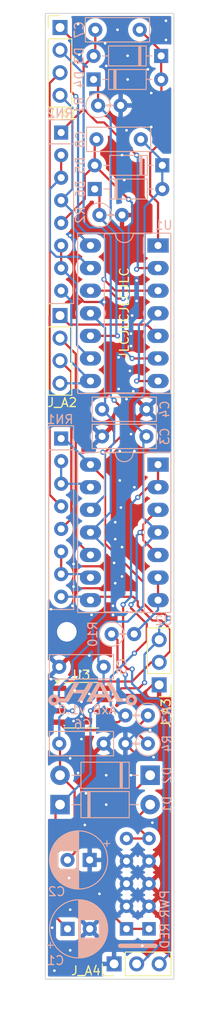
<source format=kicad_pcb>
(kicad_pcb (version 20240108) (generator "pcbnew") (generator_version "8.0")
  (layers (0 "F.Cu" signal) (31 "B.Cu" signal) (34 "B.Paste" user) (35 "F.Paste" user) (36 "B.SilkS" user "B.Silkscreen") (37 "F.SilkS" user "F.Silkscreen") (38 "B.Mask" user) (39 "F.Mask" user) (44 "Edge.Cuts" user))
  (net 0 "")
  (net 1 "GND")
  (net 2 "Net-(U3-Z)")
  (net 3 "/AXB")
  (net 4 "Net-(D6-K)")
  (net 5 "Net-(D4-K)")
  (net 6 "Net-(RN2A-R1.2)")
  (net 7 "Net-(D5-A)")
  (net 8 "Net-(RN2C-R3.2)")
  (net 9 "/RECT_A")
  (net 10 "Net-(D3-A)")
  (net 11 "/RECT_B")
  (net 12 "/LED_B")
  (net 13 "/LED_A")
  (net 14 "Net-(RN1A-R1.2)")
  (net 15 "Net-(J_A2-Pin_3)")
  (net 16 "Net-(RN1C-R3.2)")
  (net 17 "Net-(J_A1-Pin_3)")
  (net 18 "-12V")
  (net 19 "+12V")
  (net 20 "/LED_OUT")
  (net 21 "/OUT")
  (net 22 "Net-(J_A1-Pin_2)")
  (net 23 "Net-(J_A2-Pin_2)")
  (net 24 "Net-(D5-K)")
  (net 25 "/IN_A")
  (net 26 "/IN_B")
  (net 27 "Net-(D3-K)")
  (net 28 "Net-(D1-A)")
  (net 29 "Net-(D2-K)")
  (net 30 "Net-(U2B--)")
  (footprint "Connector_PinHeader_2.54mm:PinHeader_1x04_P2.54mm_Vertical" (layer "F.Cu") (at 57.912 29.845)
    (property "Reference" "J_A1")
    (property "Value" "Conn_01x04_Male")
  )
  (footprint "Eurorack:M2 Screw Hole" (layer "F.Cu") (at 58.674 97.79)
    (property "Reference" "REF**" (hide yes))
    (property "Value" "M2 Screw Hole" (hide yes))
  )
  (footprint "Connector_PinHeader_2.54mm:PinHeader_1x04_P2.54mm_Vertical" (layer "F.Cu") (at 57.912 62.23)
    (property "Reference" "J_A2")
    (property "Value" "Conn_01x04_Male")
  )
  (footprint "Connector_PinHeader_2.54mm:PinHeader_1x03_P2.54mm_Vertical" (layer "F.Cu") (at 69.088 103.759 180)
    (property "Reference" "J_A3")
    (property "Value" "Conn_01x03_Male")
  )
  (footprint "Package_SO:SO-8_3.9x4.9mm_P1.27mm" (layer "F.Cu") (at 60.325 106.045)
    (property "Reference" "U3")
    (property "Value" "AD633JR")
  )
  (footprint "Connector_PinHeader_2.54mm:PinHeader_1x03_P2.54mm_Vertical" (layer "F.Cu") (at 64.008 135.128 90)
    (property "Reference" "J_A4")
    (property "Value" "Conn_01x03_Male")
  )
  (footprint "Package_DIP:DIP-14_W7.62mm_Socket_LongPads" (layer "B.Cu") (at 68.961 78.994 180)
    (property "Reference" "U2")
    (property "Value" "TL074")
  )
  (footprint "Eurorack:Eurorack Power 10 Pin" (layer "B.Cu") (at 67.945 126.111 180)
    (property "Reference" "PWR1" (hide yes))
    (property "Value" "PWR_10_Pin" (hide yes))
  )
  (footprint "Diode_THT:D_DO-41_SOD81_P10.16mm_Horizontal" (layer "B.Cu") (at 68.072 113.919 180)
    (property "Reference" "D2")
    (property "Value" "1N4001")
  )
  (footprint "Capacitor_THT:C_Disc_D7.0mm_W2.5mm_P5.00mm" (layer "B.Cu") (at 62.825 110.363 180)
    (property "Reference" "C6")
    (property "Value" "0.1uF")
  )
  (footprint "Diode_THT:D_DO-35_SOD27_P7.62mm_Horizontal" (layer "B.Cu") (at 69.44 45.339 180)
    (property "Reference" "D5")
    (property "Value" "1N4148")
  )
  (footprint "Diode_THT:D_DO-41_SOD81_P10.16mm_Horizontal" (layer "B.Cu") (at 57.912 117.221)
    (property "Reference" "D1")
    (property "Value" "1N4001")
  )
  (footprint "Capacitor_THT:C_Disc_D7.0mm_W2.5mm_P5.00mm" (layer "B.Cu") (at 61.889 30.099)
    (property "Reference" "C7")
    (property "Value" "47pF")
  )
  (footprint "Capacitor_THT:CP_Radial_D6.3mm_P2.50mm" (layer "B.Cu") (at 58.761621 131.191)
    (property "Reference" "C1")
    (property "Value" "47uF")
  )
  (footprint "Package_DIP:DIP-14_W7.62mm_Socket_LongPads" (layer "B.Cu") (at 68.961 54.356 180)
    (property "Reference" "U1")
    (property "Value" "TL074")
  )
  (footprint "Resistor_THT:R_Axial_DIN0207_L6.3mm_D2.5mm_P2.54mm_Vertical" (layer "B.Cu") (at 67.818 110.363 180)
    (property "Reference" "R4")
    (property "Value" "100k")
  )
  (footprint "Diode_THT:D_DO-35_SOD27_P7.62mm_Horizontal" (layer "B.Cu") (at 61.82 48.006)
    (property "Reference" "D6")
    (property "Value" "1N4148")
  )
  (footprint "Capacitor_THT:CP_Radial_D6.3mm_P2.50mm" (layer "B.Cu") (at 61.25338 123.444 180)
    (property "Reference" "C2")
    (property "Value" "47uF")
  )
  (footprint "Resistor_THT:R_Axial_DIN0207_L6.3mm_D2.5mm_P2.54mm_Vertical" (layer "B.Cu") (at 63.725 98.044)
    (property "Reference" "R10")
    (property "Value" "1k")
  )
  (footprint "Resistor_THT:R_Axial_DIN0207_L6.3mm_D2.5mm_P2.54mm_Vertical" (layer "B.Cu") (at 62.201 38.608)
    (property "Reference" "R1")
    (property "Value" "10k")
  )
  (footprint "Resistor_THT:R_Array_SIP8" (layer "B.Cu") (at 58.039 76.063 -90)
    (property "Reference" "RN1")
    (property "Value" "100k")
  )
  (footprint "Resistor_THT:R_Axial_DIN0207_L6.3mm_D2.5mm_P2.54mm_Vertical" (layer "B.Cu") (at 62.357 50.927)
    (property "Reference" "R2")
    (property "Value" "10k")
  )
  (footprint "Diode_THT:D_DO-35_SOD27_P7.62mm_Horizontal" (layer "B.Cu") (at 69.313 33.038 180)
    (property "Reference" "D3")
    (property "Value" "1N4148")
  )
  (footprint "Capacitor_THT:C_Disc_D7.0mm_W2.5mm_P5.00mm" (layer "B.Cu") (at 62.016 42.418)
    (property "Reference" "C8")
    (property "Value" "47pF")
  )
  (footprint "Resistor_THT:R_Array_SIP8" (layer "B.Cu") (at 58.039 41.656 -90)
    (property "Reference" "RN2")
    (property "Value" "10k")
  )
  (footprint "Capacitor_THT:C_Disc_D7.0mm_W2.5mm_P5.00mm" (layer "B.Cu") (at 67.651 75.819 180)
    (property "Reference" "C3")
    (property "Value" "0.1uF")
  )
  (footprint "Diode_THT:D_DO-35_SOD27_P7.62mm_Horizontal" (layer "B.Cu") (at 61.693 35.687)
    (property "Reference" "D4")
    (property "Value" "1N4148")
  )
  (footprint "Capacitor_THT:C_Disc_D7.0mm_W2.5mm_P5.00mm" (layer "B.Cu") (at 67.651 72.771 180)
    (property "Reference" "C4")
    (property "Value" "0.1uF")
  )
  (footprint "Logos:Avalon Harmonics Small 10mm" (layer "B.Cu") (at 61.595 104.775 180)
    (property "Reference" "G***" (hide yes))
    (property "Value" "LOGO" (hide yes))
  )
  (footprint "Resistor_THT:R_Axial_DIN0207_L6.3mm_D2.5mm_P2.54mm_Vertical" (layer "B.Cu") (at 67.818 107.188 180)
    (property "Reference" "R3")
    (property "Value" "33k")
  )
  (footprint "Capacitor_THT:C_Disc_D7.0mm_W2.5mm_P5.00mm" (layer "B.Cu") (at 57.825 101.727)
    (property "Reference" "C5")
    (property "Value" "0.1uF")
  )
  (gr_rect (start 56.25 28.25) (end 70.75 136.85) (stroke (width 0.1)) (fill none) (layer "Edge.Cuts"))
  (gr_text "AxB v1.0" (at 60.96 106.553 0) (layer "B.SilkS") (effects (font (size 1 1)) (justify mirror)))
  (gr_text "JLCJLCJLCJLC" (at 65.151 61.976 90) (layer "F.SilkS") (effects (font (size 1 1))))
  (segment (start 66.802 111.887) (end 68.453 111.887) (width 0.25) (layer "F.Cu") (net 1))
  (segment (start 66.675 105.41) (end 68.326 103.759) (width 0.25) (layer "F.Cu") (net 1))
  (segment (start 62.865 60.706) (end 60.62001 60.706) (width 0.25) (layer "F.Cu") (net 1))
  (segment (start 63.569 92.895) (end 59.621 92.895) (width 0.25) (layer "F.Cu") (net 1))
  (segment (start 59.436 59.52199) (end 59.436 53.594) (width 0.25) (layer "F.Cu") (net 1))
  (segment (start 60.96 104.14) (end 59.69 105.41) (width 0.25) (layer "F.Cu") (net 1))
  (segment (start 63.5 90.424) (end 59.69 90.424) (width 0.25) (layer "F.Cu") (net 1))
  (segment (start 63.881 90.043) (end 63.5 90.424) (width 0.25) (layer "F.Cu") (net 1))
  (segment (start 64.135 92.329) (end 63.569 92.895) (width 0.25) (layer "F.Cu") (net 1))
  (segment (start 65.151 105.41) (end 66.675 105.41) (width 0.25) (layer "F.Cu") (net 1))
  (segment (start 60.62001 60.706) (end 59.436 59.52199) (width 0.25) (layer "F.Cu") (net 1))
  (segment (start 59.69 105.41) (end 57.75 105.41) (width 0.25) (layer "F.Cu") (net 1))
  (segment (start 65.278 110.363) (end 66.802 111.887) (width 0.25) (layer "F.Cu") (net 1))
  (segment (start 62.9 104.14) (end 60.96 104.14) (width 0.25) (layer "F.Cu") (net 1))
  (segment (start 68.326 103.759) (end 69.088 103.759) (width 0.25) (layer "F.Cu") (net 1))
  (segment (start 59.69 90.424) (end 59.436 90.17) (width 0.25) (layer "F.Cu") (net 1))
  (segment (start 59.436 53.594) (end 59.055 53.213) (width 0.25) (layer "F.Cu") (net 1))
  (segment (start 59.621 92.895) (end 59.436 92.71) (width 0.25) (layer "F.Cu") (net 1))
  (segment (start 64.008 90.043) (end 63.881 90.043) (width 0.25) (layer "F.Cu") (net 1))
  (via (at 59.944 113.665) (size 0.6) (drill 0.3) (layers "F.Cu" "B.Cu") (net 1))
  (via (at 66.294 81.534) (size 0.6) (drill 0.3) (layers "F.Cu" "B.Cu") (net 1))
  (via (at 64.135 85.471) (size 0.6) (drill 0.3) (layers "F.Cu" "B.Cu") (net 1))
  (via (at 62.357 127.254) (size 0.6) (drill 0.3) (layers "F.Cu" "B.Cu") (net 1))
  (via (at 68.072 108.839) (size 0.6) (drill 0.3) (layers "F.Cu" "B.Cu") (net 1))
  (via (at 64.897 88.265) (size 0.6) (drill 0.3) (layers "F.Cu" "B.Cu") (net 1))
  (via (at 69.85 31.242) (size 0.6) (drill 0.3) (layers "F.Cu" "B.Cu") (net 1))
  (via (at 64.897 91.567) (size 0.6) (drill 0.3) (layers "F.Cu" "B.Cu") (net 1))
  (via (at 65.405 41.402) (size 0.6) (drill 0.3) (layers "F.Cu" "B.Cu") (net 1))
  (via (at 62.865 60.706) (size 0.6) (drill 0.3) (layers "F.Cu" "B.Cu") (net 1))
  (via (at 64.643 80.772) (size 0.6) (drill 0.3) (layers "F.Cu" "B.Cu") (net 1))
  (via (at 60.706 119.507) (size 0.6) (drill 0.3) (layers "F.Cu" "B.Cu") (net 1))
  (via (at 59.309 94.869) (size 0.6) (drill 0.3) (layers "F.Cu" "B.Cu") (net 1))
  (via (at 63.119 34.163) (size 0.6) (drill 0.3) (layers "F.Cu" "B.Cu") (net 1))
  (via (at 61.468 95.885) (size 0.6) (drill 0.3) (layers "F.Cu" "B.Cu") (net 1))
  (via (at 57.277 135.89) (size 0.6) (drill 0.3) (layers "F.Cu" "B.Cu") (net 1))
  (via (at 56.896 103.124) (size 0.6) (drill 0.3) (layers "F.Cu" "B.Cu") (net 1))
  (via (at 66.548 58.293) (size 0.6) (drill 0.3) (layers "F.Cu" "B.Cu") (net 1))
  (via (at 64.897 44.196) (size 0.6) (drill 0.3) (layers "F.Cu" "B.Cu") (net 1))
  (via (at 58.928 125.476) (size 0.6) (drill 0.3) (layers "F.Cu" "B.Cu") (net 1))
  (via (at 69.85 29.083) (size 0.6) (drill 0.3) (layers "F.Cu" "B.Cu") (net 1))
  (via (at 63.881 95.885) (size 0.6) (drill 0.3) (layers "F.Cu" "B.Cu") (net 1))
  (via (at 68.199 37.211) (size 0.6) (drill 0.3) (layers "F.Cu" "B.Cu") (net 1))
  (via (at 64.516 70.485) (size 0.6) (drill 0.3) (layers "F.Cu" "B.Cu") (net 1))
  (via (at 59.436 90.17) (size 0.6) (drill 0.3) (layers "F.Cu" "B.Cu") (net 1))
  (via (at 59.944 29.464) (size 0.6) (drill 0.3) (layers "F.Cu" "B.Cu") (net 1))
  (via (at 60.325 105.664) (size 0.6) (drill 0.3) (layers "F.Cu" "B.Cu") (net 1))
  (via (at 65.913 75.565) (size 0.6) (drill 0.3) (layers "F.Cu" "B.Cu") (net 1))
  (via (at 59.563 104.394) (size 0.6) (drill 0.3) (layers "F.Cu" "B.Cu") (net 1))
  (via (at 62.992 31.623) (size 0.6) (drill 0.3) (layers "F.Cu" "B.Cu") (net 1))
  (via (at 65.913 64.262) (size 0.6) (drill 0.3) (layers "F.Cu" "B.Cu") (net 1))
  (via (at 60.833 115.951) (size 0.6) (drill 0.3) (layers "F.Cu" "B.Cu") (net 1))
  (via (at 61.214 104.775) (size 0.6) (drill 0.3) (layers "F.Cu" "B.Cu") (net 1))
  (via (at 64.389 30.099) (size 0.6) (drill 0.3) (layers "F.Cu" "B.Cu") (net 1))
  (via (at 61.214 100.457) (size 0.6) (drill 0.3) (layers "F.Cu" "B.Cu") (net 1))
  (via (at 64.008 90.043) (size 0.6) (drill 0.3) (layers "F.Cu" "B.Cu") (net 1))
  (via (at 64.135 92.329) (size 0.6) (drill 0.3) (layers "F.Cu" "B.Cu") (net 1))
  (via (at 68.326 119.253) (size 0.6) (drill 0.3) (layers "F.Cu" "B.Cu") (net 1))
  (via (at 60.198 102.235) (size 0.6) (drill 0.3) (layers "F.Cu" "B.Cu") (net 1))
  (via (at 65.532 33.02) (size 0.6) (drill 0.3) (layers "F.Cu" "B.Cu") (net 1))
  (via (at 64.643 77.47) (size 0.6) (drill 0.3) (layers "F.Cu" "B.Cu") (net 1))
  (via (at 68.453 111.887) (size 0.6) (drill 0.3) (layers "F.Cu" "B.Cu") (net 1))
  (via (at 65.913 113.919) (size 0.6) (drill 0.3) (layers "F.Cu" "B.Cu") (net 1))
  (via (at 67.183 133.096) (size 0.6) (drill 0.3) (layers "F.Cu" "B.Cu") (net 1))
  (via (at 60.325 107.315) (size 0.6) (drill 0.3) (layers "F.Cu" "B.Cu") (net 1))
  (via (at 65.532 35.687) (size 0.6) (drill 0.3) (layers "F.Cu" "B.Cu") (net 1))
  (via (at 64.135 87.376) (size 0.6) (drill 0.3) (layers "F.Cu" "B.Cu") (net 1))
  (via (at 59.055 53.213) (size 0.6) (drill 0.3) (layers "F.Cu" "B.Cu") (net 1))
  (via (at 65.786 68.453) (size 0.6) (drill 0.3) (layers "F.Cu" "B.Cu") (net 1))
  (via (at 60.071 32.893) (size 0.6) (drill 0.3) (layers "F.Cu" "B.Cu") (net 1))
  (via (at 65.405 71.628) (size 0.6) (drill 0.3) (layers "F.Cu" "B.Cu") (net 1))
  (via (at 60.325 109.855) (size 0.6) (drill 0.3) (layers "F.Cu" "B.Cu") (net 1))
  (via (at 66.167 70.739) (size 0.6) (drill 0.3) (layers "F.Cu" "B.Cu") (net 1))
  (via (at 64.516 66.929) (size 0.6) (drill 0.3) (layers "F.Cu" "B.Cu") (net 1))
  (via (at 65.151 46.99) (size 0.6) (drill 0.3) (layers "F.Cu" "B.Cu") (net 1))
  (via (at 65.151 105.41) (size 0.6) (drill 0.3) (layers "F.Cu" "B.Cu") (net 1))
  (via (at 59.055 129.032) (size 0.6) (drill 0.3) (layers "F.Cu" "B.Cu") (net 1))
  (via (at 64.77 83.82) (size 0.6) (drill 0.3) (layers "F.Cu" "B.Cu") (net 1))
  (via (at 57.023 131.064) (size 0.6) (drill 0.3) (layers "F.Cu" "B.Cu") (net 1))
  (via (at 59.055 133.604) (size 0.6) (drill 0.3) (layers "F.Cu" "B.Cu") (net 1))
  (via (at 61.087 102.235) (size 0.6) (drill 0.3) (layers "F.Cu" "B.Cu") (net 1))
  (via (at 63.881 94.869) (size 0.6) (drill 0.3) (layers "F.Cu" "B.Cu") (net 1))
  (via (at 59.055 112.014) (size 0.6) (drill 0.3) (layers "F.Cu" "B.Cu") (net 1))
  (via (at 63.119 113.919) (size 0.6) (drill 0.3) (layers "F.Cu" "B.Cu") (net 1))
  (via (at 68.199 41.021) (size 0.6) (drill 0.3) (layers "F.Cu" "B.Cu") (net 1))
  (via (at 65.913 65.659) (size 0.6) (drill 0.3) (layers "F.Cu" "B.Cu") (net 1))
  (via (at 63.119 117.221) (size 0.6) (drill 0.3) (layers "F.Cu" "B.Cu") (net 1))
  (via (at 67.818 34.544) (size 0.6) (drill 0.3) (layers "F.Cu" "B.Cu") (net 1))
  (via (at 56.896 95.25) (size 0.6) (drill 0.3) (layers "F.Cu" "B.Cu") (net 1))
  (via (at 66.548 60.579) (size 0.6) (drill 0.3) (layers "F.Cu" "B.Cu") (net 1))
  (via (at 66.294 77.47) (size 0.6) (drill 0.3) (layers "F.Cu" "B.Cu") (net 1))
  (via (at 59.436 107.823) (size 0.6) (drill 0.3) (layers "F.Cu" "B.Cu") (net 1))
  (via (at 66.04 62.23) (size 0.6) (drill 0.3) (layers "F.Cu" "B.Cu") (net 1))
  (via (at 59.436 92.71) (size 0.6) (drill 0.3) (layers "F.Cu" "B.Cu") (net 1))
  (segment (start 65.278 110.363) (end 66.802 108.839) (width 0.25) (layer "B.Cu") (net 1))
  (segment (start 66.802 108.839) (end 68.072 108.839) (width 0.25) (layer "B.Cu") (net 1))
  (segment (start 66.294 108.839) (end 67.818 107.315) (width 0.25) (layer "F.Cu") (net 2))
  (segment (start 58.639 108.839) (end 66.294 108.839) (width 0.25) (layer "F.Cu") (net 2))
  (segment (start 67.818 107.315) (end 67.818 107.188) (width 0.25) (layer "F.Cu") (net 2))
  (segment (start 57.75 107.95) (end 58.639 108.839) (width 0.25) (layer "F.Cu") (net 2))
  (segment (start 66.294 108.839) (end 67.818 110.363) (width 0.25) (layer "F.Cu") (net 2))
  (segment (start 67.31 87.503) (end 68.961 89.154) (width 0.25) (layer "F.Cu") (net 3))
  (segment (start 65.913 95.123) (end 65.913 94.742) (width 0.25) (layer "F.Cu") (net 3))
  (segment (start 66.929 86.614) (end 67.31 86.995) (width 0.25) (layer "F.Cu") (net 3))
  (segment (start 67.691 98.806) (end 67.691 96.901) (width 0.25) (layer "F.Cu") (net 3))
  (segment (start 68.961 84.074) (end 67.31 85.725) (width 0.25) (layer "F.Cu") (net 3))
  (segment (start 64.516 107.95) (end 65.278 107.188) (width 0.25) (layer "F.Cu") (net 3))
  (segment (start 67.31 85.725) (end 67.31 86.233) (width 0.25) (layer "F.Cu") (net 3))
  (segment (start 62.9 107.95) (end 64.516 107.95) (width 0.25) (layer "F.Cu") (net 3))
  (segment (start 66.294 100.203) (end 67.691 98.806) (width 0.25) (layer "F.Cu") (net 3))
  (segment (start 67.31 86.995) (end 67.31 87.503) (width 0.25) (layer "F.Cu") (net 3))
  (segment (start 67.31 86.233) (end 66.929 86.614) (width 0.25) (layer "F.Cu") (net 3))
  (segment (start 67.691 96.901) (end 65.913 95.123) (width 0.25) (layer "F.Cu") (net 3))
  (via (at 66.929 86.614) (size 0.6) (drill 0.3) (layers "F.Cu" "B.Cu") (net 3))
  (via (at 65.913 94.742) (size 0.6) (drill 0.3) (layers "F.Cu" "B.Cu") (net 3))
  (via (at 66.294 100.203) (size 0.6) (drill 0.3) (layers "F.Cu" "B.Cu") (net 3))
  (segment (start 66.548 86.995) (end 66.929 86.614) (width 0.25) (layer "B.Cu") (net 3))
  (segment (start 66.548 94.107) (end 66.548 86.995) (width 0.25) (layer "B.Cu") (net 3))
  (segment (start 65.913 94.742) (end 66.548 94.107) (width 0.25) (layer "B.Cu") (net 3))
  (segment (start 63.627 106.045) (end 64.77 107.188) (width 0.25) (layer "B.Cu") (net 3))
  (segment (start 63.627 102.87) (end 63.627 106.045) (width 0.25) (layer "B.Cu") (net 3))
  (segment (start 66.294 100.203) (end 63.627 102.87) (width 0.25) (layer "B.Cu") (net 3))
  (segment (start 64.77 107.188) (end 65.278 107.188) (width 0.25) (layer "B.Cu") (net 3))
  (segment (start 62.357 50.927) (end 62.357 48.543) (width 0.25) (layer "F.Cu") (net 4))
  (segment (start 62.357 48.543) (end 61.82 48.006) (width 0.25) (layer "F.Cu") (net 4))
  (segment (start 61.341 64.516) (end 64.389 64.516) (width 0.25) (layer "F.Cu") (net 4))
  (via (at 64.389 64.516) (size 0.6) (drill 0.3) (layers "F.Cu" "B.Cu") (net 4))
  (segment (start 64.262 64.389) (end 64.262 53.086) (width 0.25) (layer "B.Cu") (net 4))
  (segment (start 64.389 64.516) (end 64.262 64.389) (width 0.25) (layer "B.Cu") (net 4))
  (segment (start 62.357 51.181) (end 62.357 50.927) (width 0.25) (layer "B.Cu") (net 4))
  (segment (start 64.262 53.086) (end 62.357 51.181) (width 0.25) (layer "B.Cu") (net 4))
  (segment (start 61.341 59.436) (end 63.498604 59.436) (width 0.25) (layer "F.Cu") (net 5))
  (segment (start 63.498604 59.436) (end 64.387604 60.325) (width 0.25) (layer "F.Cu") (net 5))
  (segment (start 64.387604 60.325) (end 65.024 60.325) (width 0.25) (layer "F.Cu") (net 5))
  (segment (start 62.201 38.608) (end 62.201 36.195) (width 0.25) (layer "F.Cu") (net 5))
  (segment (start 62.201 36.195) (end 61.693 35.687) (width 0.25) (layer "F.Cu") (net 5))
  (via (at 65.024 60.325) (size 0.6) (drill 0.3) (layers "F.Cu" "B.Cu") (net 5))
  (segment (start 65.024 60.325) (end 65.024 52.832) (width 0.25) (layer "B.Cu") (net 5))
  (segment (start 63.627 51.435) (end 63.627 40.034) (width 0.25) (layer "B.Cu") (net 5))
  (segment (start 63.627 40.034) (end 62.201 38.608) (width 0.25) (layer "B.Cu") (net 5))
  (segment (start 65.024 52.832) (end 63.627 51.435) (width 0.25) (layer "B.Cu") (net 5))
  (segment (start 58.039 46.736) (end 58.039 44.196) (width 0.25) (layer "F.Cu") (net 6))
  (segment (start 58.039 46.736) (end 56.769 48.006) (width 0.25) (layer "B.Cu") (net 6))
  (segment (start 56.769 48.006) (end 56.769 54.897496) (width 0.25) (layer "B.Cu") (net 6))
  (segment (start 56.769 54.897496) (end 57.497504 55.626) (width 0.25) (layer "B.Cu") (net 6))
  (segment (start 57.497504 55.626) (end 60.071 55.626) (width 0.25) (layer "B.Cu") (net 6))
  (segment (start 60.071 55.626) (end 61.341 56.896) (width 0.25) (layer "B.Cu") (net 6))
  (segment (start 61.82 45.339) (end 61.82 42.614) (width 0.25) (layer "F.Cu") (net 7))
  (segment (start 60.695 49.16) (end 60.695 46.464) (width 0.25) (layer "F.Cu") (net 7))
  (segment (start 65.6445 49.1635) (end 61.82 45.339) (width 0.25) (layer "F.Cu") (net 7))
  (segment (start 60.695 46.464) (end 61.82 45.339) (width 0.25) (layer "F.Cu") (net 7))
  (segment (start 68.961 67.056) (end 66.04 67.056) (width 0.25) (layer "F.Cu") (net 7))
  (segment (start 58.039 51.816) (end 60.695 49.16) (width 0.25) (layer "F.Cu") (net 7))
  (segment (start 61.82 42.614) (end 62.016 42.418) (width 0.25) (layer "F.Cu") (net 7))
  (via (at 65.6445 49.1635) (size 0.6) (drill 0.3) (layers "F.Cu" "B.Cu") (net 7))
  (via (at 66.04 67.056) (size 0.6) (drill 0.3) (layers "F.Cu" "B.Cu") (net 7))
  (segment (start 66.04 51.755) (end 65.649 52.146) (width 0.25) (layer "B.Cu") (net 7))
  (segment (start 65.024 66.04) (end 66.04 67.056) (width 0.25) (layer "B.Cu") (net 7))
  (segment (start 65.024 61.468) (end 65.024 66.04) (width 0.25) (layer "B.Cu") (net 7))
  (segment (start 65.649 60.843) (end 65.024 61.468) (width 0.25) (layer "B.Cu") (net 7))
  (segment (start 65.6445 49.1635) (end 66.04 49.559) (width 0.25) (layer "B.Cu") (net 7))
  (segment (start 66.04 49.559) (end 66.04 51.755) (width 0.25) (layer "B.Cu") (net 7))
  (segment (start 65.649 52.146) (end 65.649 60.843) (width 0.25) (layer "B.Cu") (net 7))
  (segment (start 58.039 56.896) (end 58.039 54.356) (width 0.25) (layer "F.Cu") (net 8))
  (segment (start 59.816 65.531) (end 61.341 67.056) (width 0.25) (layer "B.Cu") (net 8))
  (segment (start 59.816 58.673) (end 59.816 65.531) (width 0.25) (layer "B.Cu") (net 8))
  (segment (start 58.039 56.896) (end 59.816 58.673) (width 0.25) (layer "B.Cu") (net 8))
  (segment (start 59.309 48.006) (end 58.039 49.276) (width 0.25) (layer "B.Cu") (net 9))
  (segment (start 59.309 50.546) (end 59.309 52.324) (width 0.25) (layer "B.Cu") (net 9))
  (segment (start 59.309 38.862) (end 59.309 48.006) (width 0.25) (layer "B.Cu") (net 9))
  (segment (start 57.912 37.465) (end 59.309 38.862) (width 0.25) (layer "B.Cu") (net 9))
  (segment (start 59.309 52.324) (end 61.341 54.356) (width 0.25) (layer "B.Cu") (net 9))
  (segment (start 58.039 49.276) (end 59.309 50.546) (width 0.25) (layer "B.Cu") (net 9))
  (segment (start 66.675 56.896) (end 68.961 56.896) (width 0.25) (layer "F.Cu") (net 10))
  (segment (start 60.568 39) (end 60.568 34.163) (width 0.25) (layer "F.Cu") (net 10))
  (segment (start 62.865 40.513) (end 62.081 40.513) (width 0.25) (layer "F.Cu") (net 10))
  (segment (start 66.548 57.023) (end 66.675 56.896) (width 0.25) (layer "F.Cu") (net 10))
  (segment (start 60.1345 39.4335) (end 60.568 39) (width 0.25) (layer "F.Cu") (net 10))
  (segment (start 62.081 40.513) (end 60.568 39) (width 0.25) (layer "F.Cu") (net 10))
  (segment (start 58.039 41.529) (end 60.1345 39.4335) (width 0.25) (layer "F.Cu") (net 10))
  (segment (start 61.693 33.038) (end 61.693 32.922) (width 0.25) (layer "F.Cu") (net 10))
  (segment (start 60.568 34.163) (end 61.693 33.038) (width 0.25) (layer "F.Cu") (net 10))
  (segment (start 61.889 32.726) (end 61.889 30.099) (width 0.25) (layer "F.Cu") (net 10))
  (segment (start 66.548 44.196) (end 62.865 40.513) (width 0.25) (layer "F.Cu") (net 10))
  (segment (start 58.039 41.656) (end 58.039 41.529) (width 0.25) (layer "F.Cu") (net 10))
  (segment (start 61.693 32.922) (end 61.889 32.726) (width 0.25) (layer "F.Cu") (net 10))
  (via (at 66.548 57.023) (size 0.6) (drill 0.3) (layers "F.Cu" "B.Cu") (net 10))
  (via (at 66.548 44.196) (size 0.6) (drill 0.3) (layers "F.Cu" "B.Cu") (net 10))
  (segment (start 66.675 56.896) (end 66.675 44.323) (width 0.25) (layer "B.Cu") (net 10))
  (segment (start 66.548 57.023) (end 66.675 56.896) (width 0.25) (layer "B.Cu") (net 10))
  (segment (start 66.675 44.323) (end 66.548 44.196) (width 0.25) (layer "B.Cu") (net 10))
  (segment (start 57.912 69.85) (end 61.087 69.85) (width 0.25) (layer "B.Cu") (net 11))
  (segment (start 58.039 59.436) (end 59.182 60.579) (width 0.25) (layer "B.Cu") (net 11))
  (segment (start 61.087 69.85) (end 61.341 69.596) (width 0.25) (layer "B.Cu") (net 11))
  (segment (start 59.182 67.437) (end 61.341 69.596) (width 0.25) (layer "B.Cu") (net 11))
  (segment (start 59.182 60.579) (end 59.182 67.437) (width 0.25) (layer "B.Cu") (net 11))
  (segment (start 70.325 97.503) (end 69.342 96.52) (width 0.25) (layer "F.Cu") (net 12))
  (segment (start 57.75 104.14) (end 58.512 103.378) (width 0.25) (layer "F.Cu") (net 12))
  (segment (start 66.04 103.378) (end 68.199 101.219) (width 0.25) (layer "F.Cu") (net 12))
  (segment (start 69.342 96.52) (end 68.331116 96.52) (width 0.25) (layer "F.Cu") (net 12))
  (segment (start 58.512 103.378) (end 66.04 103.378) (width 0.25) (layer "F.Cu") (net 12))
  (segment (start 66.167 93.853) (end 61.722 93.853) (width 0.25) (layer "F.Cu") (net 12))
  (segment (start 66.675 94.361) (end 66.167 93.853) (width 0.25) (layer "F.Cu") (net 12))
  (segment (start 61.722 93.853) (end 61.341 94.234) (width 0.25) (layer "F.Cu") (net 12))
  (segment (start 70.325 99.982) (end 70.325 97.503) (width 0.25) (layer "F.Cu") (net 12))
  (segment (start 68.331116 96.52) (end 66.675 94.863884) (width 0.25) (layer "F.Cu") (net 12))
  (segment (start 69.088 101.219) (end 70.325 99.982) (width 0.25) (layer "F.Cu") (net 12))
  (segment (start 66.675 94.863884) (end 66.675 94.361) (width 0.25) (layer "F.Cu") (net 12))
  (segment (start 68.199 101.219) (end 69.088 101.219) (width 0.25) (layer "F.Cu") (net 12))
  (segment (start 58.039 93.843) (end 60.95 93.843) (width 0.25) (layer "B.Cu") (net 12))
  (segment (start 60.95 93.843) (end 61.341 94.234) (width 0.25) (layer "B.Cu") (net 12))
  (segment (start 67.437 103.505) (end 66.802 104.14) (width 0.25) (layer "F.Cu") (net 13))
  (segment (start 66.802 104.14) (end 64.8335 104.14) (width 0.25) (layer "F.Cu") (net 13))
  (segment (start 70.15 96.266) (end 69.642 95.758) (width 0.25) (layer "F.Cu") (net 13))
  (segment (start 67.31 92.202) (end 62.992 87.884) (width 0.25) (layer "F.Cu") (net 13))
  (segment (start 63.5635 105.41) (end 62.9 105.41) (width 0.25) (layer "F.Cu") (net 13))
  (segment (start 69.642 95.758) (end 68.49401 95.758) (width 0.25) (layer "F.Cu") (net 13))
  (segment (start 62.992 87.884) (end 62.992 80.645) (width 0.25) (layer "F.Cu") (net 13))
  (segment (start 67.31 94.57399) (end 67.31 92.202) (width 0.25) (layer "F.Cu") (net 13))
  (segment (start 62.992 80.645) (end 61.341 78.994) (width 0.25) (layer "F.Cu") (net 13))
  (segment (start 64.8335 104.14) (end 63.5635 105.41) (width 0.25) (layer "F.Cu") (net 13))
  (segment (start 68.49401 95.758) (end 67.31 94.57399) (width 0.25) (layer "F.Cu") (net 13))
  (via (at 67.437 103.505) (size 0.6) (drill 0.3) (layers "F.Cu" "B.Cu") (net 13))
  (via (at 70.15 96.266) (size 0.6) (drill 0.3) (layers "F.Cu" "B.Cu") (net 13))
  (segment (start 58.41 76.063) (end 58.039 76.063) (width 0.25) (layer "B.Cu") (net 13))
  (segment (start 61.341 78.994) (end 58.41 76.063) (width 0.25) (layer "B.Cu") (net 13))
  (segment (start 67.437 103.505) (end 67.437 100.33) (width 0.25) (layer "B.Cu") (net 13))
  (segment (start 69.088 97.328) (end 69.088 98.679) (width 0.25) (layer "B.Cu") (net 13))
  (segment (start 70.15 96.266) (end 69.088 97.328) (width 0.25) (layer "B.Cu") (net 13))
  (segment (start 67.437 100.33) (end 69.088 98.679) (width 0.25) (layer "B.Cu") (net 13))
  (segment (start 60.95 81.143) (end 61.341 81.534) (width 0.25) (layer "F.Cu") (net 14))
  (segment (start 58.039 78.603) (end 58.039 81.143) (width 0.25) (layer "B.Cu") (net 14))
  (segment (start 58.039 81.143) (end 60.95 81.143) (width 0.25) (layer "B.Cu") (net 14))
  (segment (start 60.95 81.143) (end 61.341 81.534) (width 0.25) (layer "B.Cu") (net 14))
  (segment (start 59.182 68.58) (end 57.912 67.31) (width 0.25) (layer "F.Cu") (net 15))
  (segment (start 59.182 85.08) (end 59.182 68.58) (width 0.25) (layer "F.Cu") (net 15))
  (segment (start 58.039 86.223) (end 59.182 85.08) (width 0.25) (layer "F.Cu") (net 15))
  (segment (start 61.214 91.694) (end 60.823 91.303) (width 0.25) (layer "F.Cu") (net 16))
  (segment (start 61.341 91.694) (end 61.214 91.694) (width 0.25) (layer "F.Cu") (net 16))
  (segment (start 58.039 91.303) (end 58.039 88.763) (width 0.25) (layer "F.Cu") (net 16))
  (segment (start 60.95 91.303) (end 61.341 91.694) (width 0.25) (layer "B.Cu") (net 16))
  (segment (start 58.039 91.303) (end 60.95 91.303) (width 0.25) (layer "B.Cu") (net 16))
  (segment (start 56.737 82.381) (end 56.737 36.1) (width 0.25) (layer "F.Cu") (net 17))
  (segment (start 58.039 83.683) (end 56.737 82.381) (width 0.25) (layer "F.Cu") (net 17))
  (segment (start 56.737 36.1) (end 57.912 34.925) (width 0.25) (layer "F.Cu") (net 17))
  (segment (start 59.309 106.68) (end 57.75 106.68) (width 0.25) (layer "F.Cu") (net 18))
  (segment (start 58.75338 123.444) (end 59.553379 122.644001) (width 0.25) (layer "F.Cu") (net 18))
  (segment (start 57.912 113.919) (end 57.912 110.45) (width 0.25) (layer "F.Cu") (net 18))
  (segment (start 59.553379 115.560379) (end 57.912 113.919) (width 0.25) (layer "F.Cu") (net 18))
  (segment (start 57.912 110.45) (end 57.825 110.363) (width 0.25) (layer "F.Cu") (net 18))
  (segment (start 59.553379 122.644001) (end 59.553379 115.560379) (width 0.25) (layer "F.Cu") (net 18))
  (via (at 59.309 106.68) (size 0.6) (drill 0.3) (layers "F.Cu" "B.Cu") (net 18))
  (segment (start 61.595 97.282) (end 61.595 98.806) (width 0.25) (layer "B.Cu") (net 18))
  (segment (start 62.992 88.265) (end 62.992 95.885) (width 0.25) (layer "B.Cu") (net 18))
  (segment (start 63.627 76.962) (end 64.008 76.581) (width 0.25) (layer "B.Cu") (net 18))
  (segment (start 58.547 106.68) (end 59.309 106.68) (width 0.25) (layer "B.Cu") (net 18))
  (segment (start 62.992 63.627) (end 61.341 61.976) (width 0.25) (layer "B.Cu") (net 18))
  (segment (start 62.992 72.43) (end 62.992 63.627) (width 0.25) (layer "B.Cu") (net 18))
  (segment (start 61.341 86.614) (end 63.627 84.328) (width 0.25) (layer "B.Cu") (net 18))
  (segment (start 61.341 86.614) (end 62.992 88.265) (width 0.25) (layer "B.Cu") (net 18))
  (segment (start 64.008 74.128) (end 62.651 72.771) (width 0.25) (layer "B.Cu") (net 18))
  (segment (start 59.309 101.092) (end 59.309 102.616) (width 0.25) (layer "B.Cu") (net 18))
  (segment (start 57.785 104.14) (end 57.785 105.791) (width 0.25) (layer "B.Cu") (net 18))
  (segment (start 63.627 84.328) (end 63.627 76.962) (width 0.25) (layer "B.Cu") (net 18))
  (segment (start 62.651 72.771) (end 62.992 72.43) (width 0.25) (layer "B.Cu") (net 18))
  (segment (start 61.595 98.806) (end 59.309 101.092) (width 0.25) (layer "B.Cu") (net 18))
  (segment (start 59.309 102.616) (end 57.785 104.14) (width 0.25) (layer "B.Cu") (net 18))
  (segment (start 57.785 105.791) (end 58.674 106.68) (width 0.25) (layer "B.Cu") (net 18))
  (segment (start 58.674 106.68) (end 59.309 106.68) (width 0.25) (layer "B.Cu") (net 18))
  (segment (start 57.825 107.402) (end 58.547 106.68) (width 0.25) (layer "B.Cu") (net 18))
  (segment (start 57.825 110.363) (end 57.825 107.402) (width 0.25) (layer "B.Cu") (net 18))
  (segment (start 64.008 76.581) (end 64.008 74.128) (width 0.25) (layer "B.Cu") (net 18))
  (segment (start 62.992 95.885) (end 61.595 97.282) (width 0.25) (layer "B.Cu") (net 18))
  (segment (start 57.912 117.221) (end 57.404 117.729) (width 0.25) (layer "F.Cu") (net 19))
  (segment (start 57.404 117.729) (end 57.404 129.833379) (width 0.25) (layer "F.Cu") (net 19))
  (segment (start 61.341 106.68) (end 62.9 106.68) (width 0.25) (layer "F.Cu") (net 19))
  (segment (start 57.404 129.833379) (end 58.761621 131.191) (width 0.25) (layer "F.Cu") (net 19))
  (via (at 61.341 106.68) (size 0.6) (drill 0.3) (layers "F.Cu" "B.Cu") (net 19))
  (segment (start 62.23 97.536) (end 62.23 101.132) (width 0.25) (layer "B.Cu") (net 19))
  (segment (start 65.532 96.647) (end 63.119 96.647) (width 0.25) (layer "B.Cu") (net 19))
  (segment (start 67.31 76.16) (end 67.651 75.819) (width 0.25) (layer "B.Cu") (net 19))
  (segment (start 62.23 101.132) (end 62.825 101.727) (width 0.25) (layer "B.Cu") (net 19))
  (segment (start 66.294 74.462) (end 66.294 72.146005) (width 0.25) (layer "B.Cu") (net 19))
  (segment (start 67.31 88.265) (end 67.31 94.869) (width 0.25) (layer "B.Cu") (net 19))
  (segment (start 63.119 96.647) (end 62.23 97.536) (width 0.25) (layer "B.Cu") (net 19))
  (segment (start 62.825 105.196) (end 62.825 101.727) (width 0.25) (layer "B.Cu") (net 19))
  (segment (start 67.31 94.869) (end 65.532 96.647) (width 0.25) (layer "B.Cu") (net 19))
  (segment (start 67.436 71.002005) (end 67.436 63.501) (width 0.25) (layer "B.Cu") (net 19))
  (segment (start 67.437 71.003005) (end 67.436 71.002005) (width 0.25) (layer "B.Cu") (net 19))
  (segment (start 66.294 72.146005) (end 67.437 71.003005) (width 0.25) (layer "B.Cu") (net 19))
  (segment (start 68.961 86.614) (end 67.31 84.963) (width 0.25) (layer "B.Cu") (net 19))
  (segment (start 67.436 63.501) (end 68.961 61.976) (width 0.25) (layer "B.Cu") (net 19))
  (segment (start 67.651 75.819) (end 66.294 74.462) (width 0.25) (layer "B.Cu") (net 19))
  (segment (start 68.961 86.614) (end 67.31 88.265) (width 0.25) (layer "B.Cu") (net 19))
  (segment (start 67.31 84.963) (end 67.31 76.16) (width 0.25) (layer "B.Cu") (net 19))
  (segment (start 61.341 106.68) (end 61.341 113.792) (width 0.25) (layer "B.Cu") (net 19))
  (segment (start 61.341 106.68) (end 62.825 105.196) (width 0.25) (layer "B.Cu") (net 19))
  (segment (start 61.341 113.792) (end 57.912 117.221) (width 0.25) (layer "B.Cu") (net 19))
  (segment (start 65.537116 101.981) (end 66.04 101.981) (width 0.25) (layer "F.Cu") (net 20))
  (segment (start 68.961 81.534) (end 68.961 78.994) (width 0.25) (layer "F.Cu") (net 20))
  (segment (start 67.818 81.534) (end 66.675 82.677) (width 0.25) (layer "F.Cu") (net 20))
  (segment (start 68.961 81.534) (end 67.818 81.534) (width 0.25) (layer "F.Cu") (net 20))
  (segment (start 65.024 94.742) (end 65.024 101.467884) (width 0.25) (layer "F.Cu") (net 20))
  (segment (start 65.024 101.467884) (end 65.537116 101.981) (width 0.25) (layer "F.Cu") (net 20))
  (via (at 65.024 94.742) (size 0.6) (drill 0.3) (layers "F.Cu" "B.Cu") (net 20))
  (via (at 66.675 82.677) (size 0.6) (drill 0.3) (layers "F.Cu" "B.Cu") (net 20))
  (via (at 66.04 101.981) (size 0.6) (drill 0.3) (layers "F.Cu" "B.Cu") (net 20))
  (segment (start 65.913 93.853) (end 65.913 83.439) (width 0.25) (layer "B.Cu") (net 20))
  (segment (start 66.04 101.981) (end 66.04 103.632) (width 0.25) (layer "B.Cu") (net 20))
  (segment (start 68.961 105.283) (end 70.231 106.553) (width 0.25) (layer "B.Cu") (net 20))
  (segment (start 70.231 133.985) (end 69.088 135.128) (width 0.25) (layer "B.Cu") (net 20))
  (segment (start 65.024 94.742) (end 65.913 93.853) (width 0.25) (layer "B.Cu") (net 20))
  (segment (start 67.691 105.283) (end 68.961 105.283) (width 0.25) (layer "B.Cu") (net 20))
  (segment (start 66.04 103.632) (end 67.691 105.283) (width 0.25) (layer "B.Cu") (net 20))
  (segment (start 70.231 106.553) (end 70.231 133.985) (width 0.25) (layer "B.Cu") (net 20))
  (segment (start 65.913 83.439) (end 66.675 82.677) (width 0.25) (layer "B.Cu") (net 20))
  (segment (start 63.725 98.044) (end 64.389 98.708) (width 0.25) (layer "F.Cu") (net 21))
  (segment (start 64.389 101.854) (end 65.151 102.616) (width 0.25) (layer "F.Cu") (net 21))
  (segment (start 65.151 102.616) (end 65.278 102.616) (width 0.25) (layer "F.Cu") (net 21))
  (segment (start 64.389 98.708) (end 64.389 101.854) (width 0.25) (layer "F.Cu") (net 21))
  (via (at 65.278 102.616) (size 0.6) (drill 0.3) (layers "F.Cu" "B.Cu") (net 21))
  (segment (start 65.278 102.616) (end 65.278 103.886) (width 0.25) (layer "B.Cu") (net 21))
  (segment (start 67.31 105.918) (end 68.707 105.918) (width 0.25) (layer "B.Cu") (net 21))
  (segment (start 69.596 132.5245) (end 66.9925 135.128) (width 0.25) (layer "B.Cu") (net 21))
  (segment (start 65.278 103.886) (end 67.31 105.918) (width 0.25) (layer "B.Cu") (net 21))
  (segment (start 68.707 105.918) (end 69.596 106.807) (width 0.25) (layer "B.Cu") (net 21))
  (segment (start 66.9925 135.128) (end 66.548 135.128) (width 0.25) (layer "B.Cu") (net 21))
  (segment (start 69.596 106.807) (end 69.596 132.5245) (width 0.25) (layer "B.Cu") (net 21))
  (segment (start 64.77 72.517) (end 64.008 71.755) (width 0.25) (layer "F.Cu") (net 22))
  (segment (start 62.738 77.597) (end 62.992 77.597) (width 0.25) (layer "F.Cu") (net 22))
  (segment (start 62.992 77.597) (end 64.77 75.819) (width 0.25) (layer "F.Cu") (net 22))
  (segment (start 64.77 75.819) (end 64.77 72.517) (width 0.25) (layer "F.Cu") (net 22))
  (via (at 62.738 77.597) (size 0.6) (drill 0.3) (layers "F.Cu" "B.Cu") (net 22))
  (via (at 64.008 71.755) (size 0.6) (drill 0.3) (layers "F.Cu" "B.Cu") (net 22))
  (segment (start 64.008 71.755) (end 63.627 71.374) (width 0.25) (layer "B.Cu") (net 22))
  (segment (start 61.214 52.324) (end 60.568 51.678) (width 0.25) (layer "B.Cu") (net 22))
  (segment (start 60.568 35.041) (end 57.912 32.385) (width 0.25) (layer "B.Cu") (net 22))
  (segment (start 62.992 77.851) (end 62.992 82.423) (width 0.25) (layer "B.Cu") (net 22))
  (segment (start 63.627 53.34) (end 62.611 52.324) (width 0.25) (layer "B.Cu") (net 22))
  (segment (start 60.568 51.678) (end 60.568 35.041) (width 0.25) (layer "B.Cu") (net 22))
  (segment (start 63.627 71.374) (end 63.627 53.34) (width 0.25) (layer "B.Cu") (net 22))
  (segment (start 62.611 52.324) (end 61.214 52.324) (width 0.25) (layer "B.Cu") (net 22))
  (segment (start 62.992 82.423) (end 61.341 84.074) (width 0.25) (layer "B.Cu") (net 22))
  (segment (start 62.738 77.597) (end 62.992 77.851) (width 0.25) (layer "B.Cu") (net 22))
  (segment (start 61.341 89.154) (end 59.69 87.503) (width 0.25) (layer "F.Cu") (net 23))
  (segment (start 59.69 87.503) (end 59.69 66.548) (width 0.25) (layer "F.Cu") (net 23))
  (segment (start 59.69 66.548) (end 57.912 64.77) (width 0.25) (layer "F.Cu") (net 23))
  (segment (start 66.548 69.596) (end 68.961 69.596) (width 0.25) (layer "F.Cu") (net 24))
  (segment (start 69.44 44.842) (end 69.44 45.339) (width 0.25) (layer "F.Cu") (net 24))
  (via (at 66.548 69.596) (size 0.6) (drill 0.3) (layers "F.Cu" "B.Cu") (net 24))
  (segment (start 67.437 61.50901) (end 67.437 59.90299) (width 0.25) (layer "B.Cu") (net 24))
  (segment (start 67.437 62.44299) (end 67.436 62.44199) (width 0.25) (layer "B.Cu") (net 24))
  (segment (start 67.436 59.90199) (end 67.436 50.01) (width 0.25) (layer "B.Cu") (net 24))
  (segment (start 67.436 50.01) (end 69.44 48.006) (width 0.25) (layer "B.Cu") (net 24))
  (segment (start 67.436 61.51001) (end 67.437 61.50901) (width 0.25) (layer "B.Cu") (net 24))
  (segment (start 67.016 42.418) (end 69.44 44.842) (width 0.25) (layer "B.Cu") (net 24))
  (segment (start 66.802 63.246) (end 67.437 62.611) (width 0.25) (layer "B.Cu") (net 24))
  (segment (start 66.802 69.342) (end 66.802 63.246) (width 0.25) (layer "B.Cu") (net 24))
  (segment (start 67.436 62.44199) (end 67.436 61.51001) (width 0.25) (layer "B.Cu") (net 24))
  (segment (start 66.548 69.596) (end 66.802 69.342) (width 0.25) (layer "B.Cu") (net 24))
  (segment (start 67.437 62.611) (end 67.437 62.44299) (width 0.25) (layer "B.Cu") (net 24))
  (segment (start 67.437 59.90299) (end 67.436 59.90199) (width 0.25) (layer "B.Cu") (net 24))
  (segment (start 69.44 45.339) (end 69.44 48.006) (width 0.25) (layer "B.Cu") (net 24))
  (segment (start 59.182 37.084) (end 59.182 31.115) (width 0.25) (layer "F.Cu") (net 25))
  (segment (start 59.69 37.592) (end 59.182 37.084) (width 0.25) (layer "F.Cu") (net 25))
  (segment (start 62.865 58.166) (end 64.135 59.436) (width 0.25) (layer "F.Cu") (net 25))
  (segment (start 59.182 31.115) (end 57.912 29.845) (width 0.25) (layer "F.Cu") (net 25))
  (segment (start 64.135 59.436) (end 68.961 59.436) (width 0.25) (layer "F.Cu") (net 25))
  (via (at 59.69 37.592) (size 0.6) (drill 0.3) (layers "F.Cu" "B.Cu") (net 25))
  (via (at 62.865 58.166) (size 0.6) (drill 0.3) (layers "F.Cu" "B.Cu") (net 25))
  (segment (start 62.357 52.959) (end 62.992 53.594) (width 0.25) (layer "B.Cu") (net 25))
  (segment (start 59.944 37.846) (end 59.944 52.07) (width 0.25) (layer "B.Cu") (net 25))
  (segment (start 62.992 58.039) (end 62.865 58.166) (width 0.25) (layer "B.Cu") (net 25))
  (segment (start 62.992 53.594) (end 62.992 58.039) (width 0.25) (layer "B.Cu") (net 25))
  (segment (start 60.833 52.959) (end 62.357 52.959) (width 0.25) (layer "B.Cu") (net 25))
  (segment (start 59.944 52.07) (end 60.833 52.959) (width 0.25) (layer "B.Cu") (net 25))
  (segment (start 59.69 37.592) (end 59.944 37.846) (width 0.25) (layer "B.Cu") (net 25))
  (segment (start 57.912 62.23) (end 58.928 63.246) (width 0.25) (layer "F.Cu") (net 26))
  (segment (start 58.928 63.246) (end 67.691 63.246) (width 0.25) (layer "F.Cu") (net 26))
  (segment (start 67.691 63.246) (end 68.961 64.516) (width 0.25) (layer "F.Cu") (net 26))
  (segment (start 69.313 32.523) (end 69.313 33.038) (width 0.25) (layer "F.Cu") (net 27))
  (segment (start 68.072 43.942) (end 69.342 42.672) (width 0.25) (layer "F.Cu") (net 27))
  (segment (start 69.342 35.716) (end 69.313 35.687) (width 0.25) (layer "F.Cu") (net 27))
  (segment (start 68.961 54.356) (end 68.961 49.53) (width 0.25) (layer "F.Cu") (net 27))
  (segment (start 68.961 49.53) (end 68.072 48.641) (width 0.25) (layer "F.Cu") (net 27))
  (segment (start 66.889 30.099) (end 69.313 32.523) (width 0.25) (layer "F.Cu") (net 27))
  (segment (start 69.342 42.672) (end 69.342 35.716) (width 0.25) (layer "F.Cu") (net 27))
  (segment (start 69.313 33.038) (end 69.313 35.687) (width 0.25) (layer "F.Cu") (net 27))
  (segment (start 68.072 48.641) (end 68.072 43.942) (width 0.25) (layer "F.Cu") (net 27))
  (segment (start 66.929 118.364) (end 66.929 120.015) (width 0.25) (layer "F.Cu") (net 28))
  (segment (start 67.945 121.031) (end 65.405 121.031) (width 0.25) (layer "F.Cu") (net 28))
  (segment (start 68.072 117.221) (end 66.929 118.364) (width 0.25) (layer "F.Cu") (net 28))
  (segment (start 66.929 120.015) (end 67.945 121.031) (width 0.25) (layer "F.Cu") (net 28))
  (segment (start 63.881 118.11) (end 68.072 113.919) (width 0.25) (layer "F.Cu") (net 29))
  (segment (start 67.945 131.191) (end 65.405 131.191) (width 0.25) (layer "F.Cu") (net 29))
  (segment (start 65.405 131.191) (end 63.881 129.667) (width 0.25) (layer "F.Cu") (net 29))
  (segment (start 63.881 129.667) (end 63.881 118.11) (width 0.25) (layer "F.Cu") (net 29))
  (segment (start 68.961 94.234) (end 68.961 91.694) (width 0.25) (layer "F.Cu") (net 30))
  (segment (start 66.265 98.044) (end 68.961 95.348) (width 0.25) (layer "B.Cu") (net 30))
  (segment (start 68.961 95.348) (end 68.961 94.234) (width 0.25) (layer "B.Cu") (net 30))
  (zone (net 1) (net_name "GND") (layers "F&B.Cu") (connect_pads (clearance 0.5)) (min_thickness 0.25) (fill yes (thermal_gap 0.5) (thermal_bridge_width 0.5))
    (polygon (pts (xy 55.88 27.94) (xy 71.12 27.94) (xy 71.12 137.16) (xy 55.88 137.16)))
  )
)
</source>
